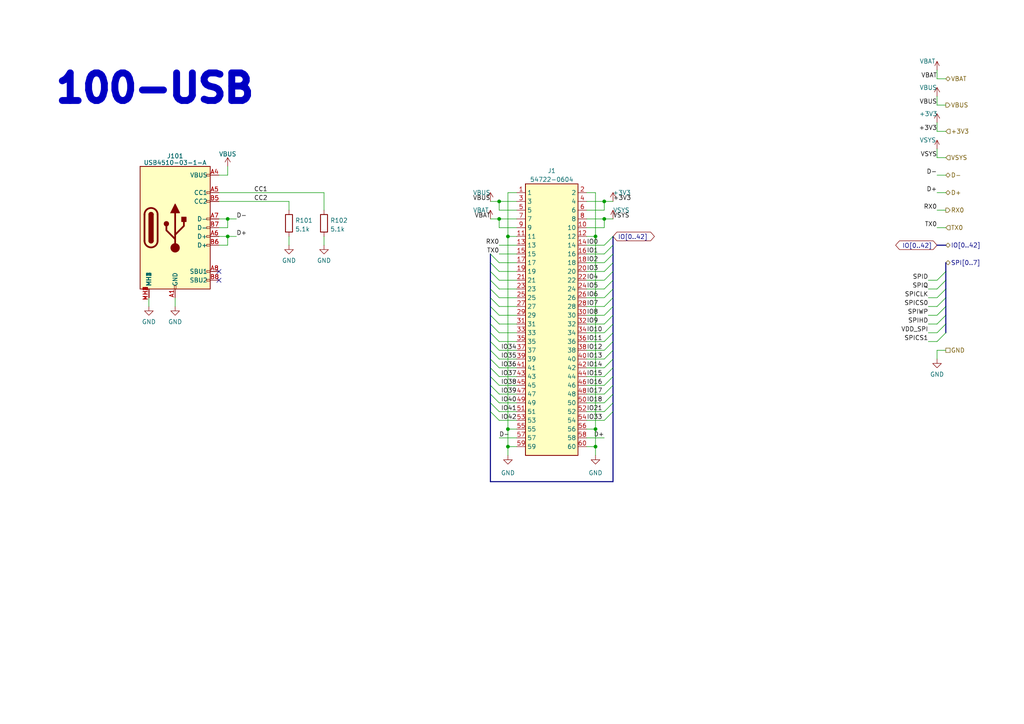
<source format=kicad_sch>
(kicad_sch (version 20230121) (generator eeschema)
  (paper "A4")
  (title_block (title "PSoM - ESP S3") (date "2023-04-17") (rev "HW00") (company "PumaCorp") (comment 1 "Design by: NdG"))
  (lib_symbols
    (symbol "Component lib:R" (pin_numbers hide) (pin_names (offset 0))
      (property "Reference" "R" (at 2.032 -3.81 90))
      (property "Value" "R" (at 0 -3.81 90))
      (symbol "R_0_1"
        (rectangle (start -1.016 -6.35) (end 1.016 -1.27) (stroke (width 0.254)))
      )
      (symbol "R_1_1"
        (pin passive line (at 0 0 270) (length 1.27) (name "~") (number "1"))
        (pin passive line (at 0 -7.62 90) (length 1.27) (name "~") (number "2"))
      )
    )
    (symbol "Component_lib:54722-0604"
      (property "Reference" "J" (at 5.08 7.62 0))
      (property "Value" "54722-0604" (at 5.08 5.08 0))
      (symbol "54722-0604_1_1"
        (rectangle (start 2.54 2.54) (end 17.78 -76.2) (stroke (width 0.254)) (fill (type background)))
        (pin passive line (at 0 0 0) (length 2.54) (name "1") (number "1"))
        (pin passive line (at 20.32 -10.16 180) (length 2.54) (name "10") (number "10"))
        (pin passive line (at 0 -12.7 0) (length 2.54) (name "11") (number "11"))
        (pin passive line (at 20.32 -12.7 180) (length 2.54) (name "12") (number "12"))
        (pin passive line (at 0 -15.24 0) (length 2.54) (name "13") (number "13"))
        (pin passive line (at 20.32 -15.24 180) (length 2.54) (name "14") (number "14"))
        (pin passive line (at 0 -17.78 0) (length 2.54) (name "15") (number "15"))
        (pin passive line (at 20.32 -17.78 180) (length 2.54) (name "16") (number "16"))
        (pin passive line (at 0 -20.32 0) (length 2.54) (name "17") (number "17"))
        (pin passive line (at 20.32 -20.32 180) (length 2.54) (name "18") (number "18"))
        (pin passive line (at 0 -22.86 0) (length 2.54) (name "19") (number "19"))
        (pin passive line (at 20.32 0 180) (length 2.54) (name "2") (number "2"))
        (pin passive line (at 20.32 -22.86 180) (length 2.54) (name "20") (number "20"))
        (pin passive line (at 0 -25.4 0) (length 2.54) (name "21") (number "21"))
        (pin passive line (at 20.32 -25.4 180) (length 2.54) (name "22") (number "22"))
        (pin passive line (at 0 -27.94 0) (length 2.54) (name "23") (number "23"))
        (pin passive line (at 20.32 -27.94 180) (length 2.54) (name "24") (number "24"))
        (pin passive line (at 0 -30.48 0) (length 2.54) (name "25") (number "25"))
        (pin passive line (at 20.32 -30.48 180) (length 2.54) (name "26") (number "26"))
        (pin passive line (at 0 -33.02 0) (length 2.54) (name "27") (number "27"))
        (pin passive line (at 20.32 -33.02 180) (length 2.54) (name "28") (number "28"))
        (pin passive line (at 0 -35.56 0) (length 2.54) (name "29") (number "29"))
        (pin passive line (at 0 -2.54 0) (length 2.54) (name "3") (number "3"))
        (pin passive line (at 20.32 -35.56 180) (length 2.54) (name "30") (number "30"))
        (pin passive line (at 0 -38.1 0) (length 2.54) (name "31") (number "31"))
        (pin passive line (at 20.32 -38.1 180) (length 2.54) (name "32") (number "32"))
        (pin passive line (at 0 -40.64 0) (length 2.54) (name "33") (number "33"))
        (pin passive line (at 20.32 -40.64 180) (length 2.54) (name "34") (number "34"))
        (pin passive line (at 0 -43.18 0) (length 2.54) (name "35") (number "35"))
        (pin passive line (at 20.32 -43.18 180) (length 2.54) (name "36") (number "36"))
        (pin passive line (at 0 -45.72 0) (length 2.54) (name "37") (number "37"))
        (pin passive line (at 20.32 -45.72 180) (length 2.54) (name "38") (number "38"))
        (pin passive line (at 0 -48.26 0) (length 2.54) (name "39") (number "39"))
        (pin passive line (at 20.32 -2.54 180) (length 2.54) (name "4") (number "4"))
        (pin passive line (at 20.32 -48.26 180) (length 2.54) (name "40") (number "40"))
        (pin passive line (at 0 -50.8 0) (length 2.54) (name "41") (number "41"))
        (pin passive line (at 20.32 -50.8 180) (length 2.54) (name "42") (number "42"))
        (pin passive line (at 0 -53.34 0) (length 2.54) (name "43") (number "43"))
        (pin passive line (at 20.32 -53.34 180) (length 2.54) (name "44") (number "44"))
        (pin passive line (at 0 -55.88 0) (length 2.54) (name "45") (number "45"))
        (pin passive line (at 20.32 -55.88 180) (length 2.54) (name "46") (number "46"))
        (pin passive line (at 0 -58.42 0) (length 2.54) (name "47") (number "47"))
        (pin passive line (at 20.32 -58.42 180) (length 2.54) (name "48") (number "48"))
        (pin passive line (at 0 -60.96 0) (length 2.54) (name "49") (number "49"))
        (pin passive line (at 0 -5.08 0) (length 2.54) (name "5") (number "5"))
        (pin passive line (at 20.32 -60.96 180) (length 2.54) (name "50") (number "50"))
        (pin passive line (at 0 -63.5 0) (length 2.54) (name "51") (number "51"))
        (pin passive line (at 20.32 -63.5 180) (length 2.54) (name "52") (number "52"))
        (pin passive line (at 0 -66.04 0) (length 2.54) (name "53") (number "53"))
        (pin passive line (at 20.32 -66.04 180) (length 2.54) (name "54") (number "54"))
        (pin passive line (at 0 -68.58 0) (length 2.54) (name "55") (number "55"))
        (pin passive line (at 20.32 -68.58 180) (length 2.54) (name "56") (number "56"))
        (pin passive line (at 0 -71.12 0) (length 2.54) (name "57") (number "57"))
        (pin passive line (at 20.32 -71.12 180) (length 2.54) (name "58") (number "58"))
        (pin passive line (at 0 -73.66 0) (length 2.54) (name "59") (number "59"))
        (pin passive line (at 20.32 -5.08 180) (length 2.54) (name "6") (number "6"))
        (pin passive line (at 20.32 -73.66 180) (length 2.54) (name "60") (number "60"))
        (pin passive line (at 0 -7.62 0) (length 2.54) (name "7") (number "7"))
        (pin passive line (at 20.32 -7.62 180) (length 2.54) (name "8") (number "8"))
        (pin passive line (at 0 -10.16 0) (length 2.54) (name "9") (number "9"))
      )
    )
    (symbol "Component_lib:USB4510-03-1-A" (pin_names (offset 0.762))
      (property "Reference" "J" (at 0 5.08 0))
      (property "Value" "USB4510-03-1-A" (at 0 2.54 0))
      (symbol "USB4510-03-1-A_0_0"
        (rectangle (start 9.906 -35.56) (end 10.414 -34.544))
        (rectangle (start 20.32 -32.766) (end 19.304 -33.274))
        (rectangle (start 20.32 -30.226) (end 19.304 -30.734))
        (rectangle (start 20.32 -22.606) (end 19.304 -23.114))
        (rectangle (start 20.32 -20.066) (end 19.304 -20.574))
        (rectangle (start 20.32 -17.526) (end 19.304 -18.034))
        (rectangle (start 20.32 -14.986) (end 19.304 -15.494))
        (rectangle (start 20.32 -9.906) (end 19.304 -10.414))
        (rectangle (start 20.32 -7.366) (end 19.304 -7.874))
        (rectangle (start 20.32 -2.286) (end 19.304 -2.794))
        (pin passive line (at 2.54 -38.1 90) (length 2.54) (name "MH1") (number "MH1"))
        (pin passive line (at 2.54 -38.1 90) (length 2.54) (name "MH2") (number "MH2"))
        (pin passive line (at 2.54 -38.1 90) (length 2.54) (name "MH3") (number "MH3"))
        (pin passive line (at 2.54 -38.1 90) (length 2.54) (name "MH4") (number "MH4"))
      )
      (symbol "USB4510-03-1-A_0_1"
        (polyline (pts (xy 1.27 -21.59) (xy 1.27 -13.97)) (stroke (width 0.508)))
        (polyline (pts (xy 5.08 -13.97) (xy 5.08 -21.59)) (stroke (width 0.508)))
        (polyline (pts (xy 10.16 -23.622) (xy 10.16 -13.462)) (stroke (width 0.508)))
        (polyline (pts (xy 10.16 -21.082) (xy 7.62 -18.542) (xy 7.62 -17.272)) (stroke (width 0.508)))
        (polyline (pts (xy 10.16 -19.812) (xy 12.7 -17.272) (xy 12.7 -16.002)) (stroke (width 0.508)))
        (polyline (pts (xy 8.89 -13.462) (xy 10.16 -10.922) (xy 11.43 -13.462) (xy 8.89 -13.462)) (stroke (width 0.254)) (fill (type outline)))
        (rectangle (start 0 0) (end 20.32 -35.56) (stroke (width 0.254)) (fill (type background)))
        (arc (start 1.27 -21.59) (mid 3.175 -23.4867) (end 5.08 -21.59) (stroke (width 0.508)))
        (arc (start 2.54 -21.59) (mid 3.175 -22.2223) (end 3.81 -21.59) (stroke (width 0.254)))
        (arc (start 2.54 -21.59) (mid 3.175 -22.2223) (end 3.81 -21.59) (stroke (width 0.254)) (fill (type outline)))
        (rectangle (start 2.54 -21.59) (end 3.81 -13.97) (stroke (width 0.254)) (fill (type outline)))
        (arc (start 3.81 -13.97) (mid 3.175 -13.3377) (end 2.54 -13.97) (stroke (width 0.254)))
        (arc (start 3.81 -13.97) (mid 3.175 -13.3377) (end 2.54 -13.97) (stroke (width 0.254)) (fill (type outline)))
        (arc (start 5.08 -13.97) (mid 3.175 -12.0733) (end 1.27 -13.97) (stroke (width 0.508)))
        (circle (center 7.62 -16.637) (radius 0.635) (stroke (width 0.254)) (fill (type outline)))
        (circle (center 10.16 -23.622) (radius 1.27) (fill (type outline)))
        (rectangle (start 12.065 -16.002) (end 13.335 -14.732) (stroke (width 0.254)) (fill (type outline)))
      )
      (symbol "USB4510-03-1-A_1_1"
        (pin passive line (at 10.16 -38.1 90) (length 2.54) (name "GND") (number "A1"))
        (pin passive line (at 10.16 -38.1 90) (length 2.54) hide (name "GND") (number "A12"))
        (pin passive line (at 22.86 -2.54 180) (length 2.54) (name "VBUS") (number "A4"))
        (pin bidirectional line (at 22.86 -7.62 180) (length 2.54) (name "CC1") (number "A5"))
        (pin bidirectional line (at 22.86 -20.32 180) (length 2.54) (name "D+") (number "A6"))
        (pin bidirectional line (at 22.86 -15.24 180) (length 2.54) (name "D-") (number "A7"))
        (pin bidirectional line (at 22.86 -30.48 180) (length 2.54) (name "SBU1") (number "A8"))
        (pin passive line (at 22.86 -2.54 180) (length 2.54) hide (name "VBUS") (number "A9"))
        (pin passive line (at 10.16 -38.1 90) (length 2.54) hide (name "GND") (number "B1"))
        (pin passive line (at 10.16 -38.1 90) (length 2.54) hide (name "GND") (number "B12"))
        (pin passive line (at 22.86 -2.54 180) (length 2.54) hide (name "VBUS") (number "B4"))
        (pin bidirectional line (at 22.86 -10.16 180) (length 2.54) (name "CC2") (number "B5"))
        (pin bidirectional line (at 22.86 -22.86 180) (length 2.54) (name "D+") (number "B6"))
        (pin bidirectional line (at 22.86 -17.78 180) (length 2.54) (name "D-") (number "B7"))
        (pin bidirectional line (at 22.86 -33.02 180) (length 2.54) (name "SBU2") (number "B8"))
        (pin passive line (at 22.86 -2.54 180) (length 2.54) hide (name "VBUS") (number "B9"))
      )
    )
    (symbol "Component_lib:VBAT" (power) (pin_numbers hide) (in_bom no) (on_board no)
      (property "Value" "VBAT" (at 0 3.81 0))
      (symbol "VBAT_0_0"
        (pin passive line (at 0 0 90) (length 2.54) hide (name "") (number ""))
      )
      (symbol "VBAT_0_1"
        (polyline (pts (xy 0 0) (xy 0 2.54) (xy 0.635 1.27) (xy 0 2.54) (xy -0.635 1.27)) (stroke (width 0.1524)))
      )
    )
    (symbol "Component_lib:VSYS" (power) (pin_numbers hide) (in_bom no) (on_board no)
      (property "Value" "VSYS" (at 0 3.81 0))
      (symbol "VSYS_0_0"
        (pin passive line (at 0 0 90) (length 2.54) hide (name "") (number ""))
      )
      (symbol "VSYS_0_1"
        (polyline (pts (xy 0 0) (xy 0 2.54) (xy 0.635 1.27) (xy 0 2.54) (xy -0.635 1.27)) (stroke (width 0.1524)))
      )
    )
    (symbol "GND_2" (power) (pin_names (offset 0))
      (property "Value" "GND_2" (at 0 -3.81 0))
      (symbol "GND_2_0_1"
        (polyline (pts (xy 0 0) (xy 0 -1.27) (xy 1.27 -1.27) (xy 0 -2.54) (xy -1.27 -1.27) (xy 0 -1.27)))
      )
      (symbol "GND_2_1_1"
        (pin power_in line (at 0 0 270) (length 0) hide (name "GND") (number "1"))
      )
    )
    (symbol "VBAT_1" (power) (pin_numbers hide) (in_bom no) (on_board no)
      (property "Value" "VBAT_1" (at 0 3.81 0))
      (symbol "VBAT_1_0_0"
        (pin passive line (at 0 0 90) (length 2.54) hide (name "") (number ""))
      )
      (symbol "VBAT_1_0_1"
        (polyline (pts (xy 0 0) (xy 0 2.54) (xy 0.635 1.27) (xy 0 2.54) (xy -0.635 1.27)) (stroke (width 0.1524)))
      )
    )
    (symbol "VBUS_1" (power) (pin_names (offset 0))
      (property "Value" "VBUS_1" (at 0 3.81 0))
      (symbol "VBUS_1_0_1"
        (polyline (pts (xy -0.762 1.27) (xy 0 2.54)))
        (polyline (pts (xy 0 0) (xy 0 2.54)))
        (polyline (pts (xy 0 2.54) (xy 0.762 1.27)))
      )
      (symbol "VBUS_1_1_1"
        (pin power_in line (at 0 0 90) (length 0) hide (name "VBUS") (number "1"))
      )
    )
    (symbol "power:+3V3" (power) (pin_names (offset 0))
      (property "Value" "+3V3" (at 0 3.556 0))
      (symbol "+3V3_0_1"
        (polyline (pts (xy -0.762 1.27) (xy 0 2.54)))
        (polyline (pts (xy 0 0) (xy 0 2.54)))
        (polyline (pts (xy 0 2.54) (xy 0.762 1.27)))
      )
      (symbol "+3V3_1_1"
        (pin power_in line (at 0 0 90) (length 0) hide (name "+3V3") (number "1"))
      )
    )
    (symbol "power:GND" (power) (pin_names (offset 0))
      (property "Value" "GND" (at 0 -3.81 0))
      (symbol "GND_0_1"
        (polyline (pts (xy 0 0) (xy 0 -1.27) (xy 1.27 -1.27) (xy 0 -2.54) (xy -1.27 -1.27) (xy 0 -1.27)))
      )
      (symbol "GND_1_1"
        (pin power_in line (at 0 0 270) (length 0) hide (name "GND") (number "1"))
      )
    )
    (symbol "power:VBUS" (power) (pin_names (offset 0))
      (property "Value" "VBUS" (at 0 3.81 0))
      (symbol "VBUS_0_1"
        (polyline (pts (xy -0.762 1.27) (xy 0 2.54)))
        (polyline (pts (xy 0 0) (xy 0 2.54)))
        (polyline (pts (xy 0 2.54) (xy 0.762 1.27)))
      )
      (symbol "VBUS_1_1"
        (pin power_in line (at 0 0 90) (length 0) hide (name "VBUS") (number "1"))
      )
    )
  )
  (junction (at 147.32 129.54))
  (junction (at 172.72 129.54))
  (junction (at 66.04 68.58))
  (junction (at 175.26 63.5))
  (junction (at 144.78 63.5))
  (junction (at 144.78 58.42))
  (junction (at 175.26 58.42))
  (junction (at 172.72 68.58))
  (junction (at 147.32 68.58))
  (junction (at 66.04 63.5))
  (junction (at 147.32 124.46))
  (junction (at 172.72 124.46))
  (no_connect (at 63.5 81.28))
  (no_connect (at 63.5 78.74))
  (bus_entry (at 144.78 93.98) (size -2.54 -2.54))
  (bus_entry (at 175.26 114.3) (size 2.54 -2.54))
  (bus_entry (at 175.26 101.6) (size 2.54 -2.54))
  (bus_entry (at 175.26 71.12) (size 2.54 -2.54))
  (bus_entry (at 175.26 96.52) (size 2.54 -2.54))
  (bus_entry (at 144.78 83.82) (size -2.54 -2.54))
  (bus_entry (at 144.78 81.28) (size -2.54 -2.54))
  (bus_entry (at 175.26 111.76) (size 2.54 -2.54))
  (bus_entry (at 175.26 73.66) (size 2.54 -2.54))
  (bus_entry (at 175.26 119.38) (size 2.54 -2.54))
  (bus_entry (at 271.78 91.44) (size 2.54 -2.54))
  (bus_entry (at 144.78 116.84) (size -2.54 -2.54))
  (bus_entry (at 271.78 81.28) (size 2.54 -2.54))
  (bus_entry (at 175.26 99.06) (size 2.54 -2.54))
  (bus_entry (at 144.78 106.68) (size -2.54 -2.54))
  (bus_entry (at 271.78 93.98) (size 2.54 -2.54))
  (bus_entry (at 175.26 91.44) (size 2.54 -2.54))
  (bus_entry (at 175.26 83.82) (size 2.54 -2.54))
  (bus_entry (at 175.26 104.14) (size 2.54 -2.54))
  (bus_entry (at 144.78 109.22) (size -2.54 -2.54))
  (bus_entry (at 144.78 99.06) (size -2.54 -2.54))
  (bus_entry (at 175.26 78.74) (size 2.54 -2.54))
  (bus_entry (at 144.78 119.38) (size -2.54 -2.54))
  (bus_entry (at 175.26 88.9) (size 2.54 -2.54))
  (bus_entry (at 175.26 106.68) (size 2.54 -2.54))
  (bus_entry (at 271.78 86.36) (size 2.54 -2.54))
  (bus_entry (at 271.78 99.06) (size 2.54 -2.54))
  (bus_entry (at 144.78 88.9) (size -2.54 -2.54))
  (bus_entry (at 175.26 93.98) (size 2.54 -2.54))
  (bus_entry (at 144.78 121.92) (size -2.54 -2.54))
  (bus_entry (at 175.26 76.2) (size 2.54 -2.54))
  (bus_entry (at 175.26 81.28) (size 2.54 -2.54))
  (bus_entry (at 144.78 111.76) (size -2.54 -2.54))
  (bus_entry (at 144.78 96.52) (size -2.54 -2.54))
  (bus_entry (at 175.26 109.22) (size 2.54 -2.54))
  (bus_entry (at 271.78 83.82) (size 2.54 -2.54))
  (bus_entry (at 144.78 91.44) (size -2.54 -2.54))
  (bus_entry (at 175.26 86.36) (size 2.54 -2.54))
  (bus_entry (at 144.78 104.14) (size -2.54 -2.54))
  (bus_entry (at 144.78 114.3) (size -2.54 -2.54))
  (bus_entry (at 271.78 88.9) (size 2.54 -2.54))
  (bus_entry (at 144.78 78.74) (size -2.54 -2.54))
  (bus_entry (at 175.26 116.84) (size 2.54 -2.54))
  (bus_entry (at 271.78 96.52) (size 2.54 -2.54))
  (bus_entry (at 144.78 101.6) (size -2.54 -2.54))
  (bus_entry (at 144.78 86.36) (size -2.54 -2.54))
  (bus_entry (at 144.78 76.2) (size -2.54 -2.54))
  (bus_entry (at 175.26 121.92) (size 2.54 -2.54))
  (wire (pts (xy 269.24 88.9) (xy 271.78 88.9)))
  (bus (pts (xy 177.8 109.22) (xy 177.8 111.76)))
  (bus (pts (xy 274.32 81.28) (xy 274.32 83.82)))
  (wire (pts (xy 66.04 68.58) (xy 68.58 68.58)))
  (wire (pts (xy 271.78 20.32) (xy 271.78 22.86)))
  (wire (pts (xy 144.78 114.3) (xy 149.86 114.3)))
  (bus (pts (xy 177.8 106.68) (xy 177.8 109.22)))
  (wire (pts (xy 144.78 63.5) (xy 149.86 63.5)))
  (wire (pts (xy 170.18 101.6) (xy 175.26 101.6)))
  (wire (pts (xy 63.5 58.42) (xy 83.82 58.42)))
  (bus (pts (xy 142.24 101.6) (xy 142.24 104.14)))
  (bus (pts (xy 177.8 119.38) (xy 177.8 139.7)))
  (bus (pts (xy 177.8 76.2) (xy 177.8 78.74)))
  (wire (pts (xy 147.32 132.08) (xy 147.32 129.54)))
  (bus (pts (xy 177.8 86.36) (xy 177.8 88.9)))
  (wire (pts (xy 66.04 63.5) (xy 63.5 63.5)))
  (wire (pts (xy 271.78 45.72) (xy 274.32 45.72)))
  (wire (pts (xy 144.78 71.12) (xy 149.86 71.12)))
  (bus (pts (xy 177.8 78.74) (xy 177.8 81.28)))
  (wire (pts (xy 142.24 63.5) (xy 144.78 63.5)))
  (wire (pts (xy 144.78 66.04) (xy 144.78 63.5)))
  (bus (pts (xy 177.8 68.58) (xy 177.8 71.12)))
  (bus (pts (xy 177.8 93.98) (xy 177.8 96.52)))
  (bus (pts (xy 274.32 93.98) (xy 274.32 96.52)))
  (wire (pts (xy 144.78 121.92) (xy 149.86 121.92)))
  (bus (pts (xy 274.32 88.9) (xy 274.32 91.44)))
  (wire (pts (xy 172.72 129.54) (xy 172.72 132.08)))
  (bus (pts (xy 142.24 139.7) (xy 177.8 139.7)))
  (wire (pts (xy 170.18 114.3) (xy 175.26 114.3)))
  (wire (pts (xy 144.78 116.84) (xy 149.86 116.84)))
  (wire (pts (xy 144.78 127) (xy 149.86 127)))
  (wire (pts (xy 170.18 91.44) (xy 175.26 91.44)))
  (wire (pts (xy 175.26 66.04) (xy 175.26 63.5)))
  (bus (pts (xy 142.24 81.28) (xy 142.24 83.82)))
  (wire (pts (xy 170.18 109.22) (xy 175.26 109.22)))
  (wire (pts (xy 144.78 76.2) (xy 149.86 76.2)))
  (wire (pts (xy 271.78 66.04) (xy 274.32 66.04)))
  (wire (pts (xy 147.32 68.58) (xy 147.32 124.46)))
  (bus (pts (xy 142.24 93.98) (xy 142.24 96.52)))
  (wire (pts (xy 170.18 63.5) (xy 175.26 63.5)))
  (wire (pts (xy 144.78 119.38) (xy 149.86 119.38)))
  (wire (pts (xy 271.78 60.96) (xy 274.32 60.96)))
  (wire (pts (xy 144.78 83.82) (xy 149.86 83.82)))
  (wire (pts (xy 170.18 78.74) (xy 175.26 78.74)))
  (bus (pts (xy 142.24 86.36) (xy 142.24 88.9)))
  (wire (pts (xy 269.24 91.44) (xy 271.78 91.44)))
  (bus (pts (xy 142.24 76.2) (xy 142.24 78.74)))
  (wire (pts (xy 271.78 27.94) (xy 271.78 30.48)))
  (wire (pts (xy 271.78 30.48) (xy 274.32 30.48)))
  (bus (pts (xy 142.24 91.44) (xy 142.24 93.98)))
  (wire (pts (xy 271.78 35.56) (xy 271.78 38.1)))
  (wire (pts (xy 175.26 58.42) (xy 177.8 58.42)))
  (wire (pts (xy 83.82 68.58) (xy 83.82 71.12)))
  (wire (pts (xy 271.78 104.14) (xy 271.78 101.6)))
  (wire (pts (xy 170.18 127) (xy 175.26 127)))
  (wire (pts (xy 170.18 86.36) (xy 175.26 86.36)))
  (wire (pts (xy 144.78 96.52) (xy 149.86 96.52)))
  (bus (pts (xy 177.8 88.9) (xy 177.8 91.44)))
  (wire (pts (xy 271.78 55.88) (xy 274.32 55.88)))
  (bus (pts (xy 142.24 114.3) (xy 142.24 116.84)))
  (wire (pts (xy 144.78 106.68) (xy 149.86 106.68)))
  (wire (pts (xy 271.78 22.86) (xy 274.32 22.86)))
  (bus (pts (xy 142.24 83.82) (xy 142.24 86.36)))
  (wire (pts (xy 170.18 76.2) (xy 175.26 76.2)))
  (bus (pts (xy 177.8 101.6) (xy 177.8 104.14)))
  (wire (pts (xy 170.18 99.06) (xy 175.26 99.06)))
  (wire (pts (xy 93.98 55.88) (xy 93.98 60.96)))
  (bus (pts (xy 142.24 119.38) (xy 142.24 139.7)))
  (wire (pts (xy 170.18 88.9) (xy 175.26 88.9)))
  (wire (pts (xy 170.18 81.28) (xy 175.26 81.28)))
  (bus (pts (xy 274.32 91.44) (xy 274.32 93.98)))
  (wire (pts (xy 170.18 83.82) (xy 175.26 83.82)))
  (wire (pts (xy 269.24 99.06) (xy 271.78 99.06)))
  (wire (pts (xy 269.24 93.98) (xy 271.78 93.98)))
  (wire (pts (xy 172.72 55.88) (xy 172.72 68.58)))
  (wire (pts (xy 149.86 60.96) (xy 144.78 60.96)))
  (wire (pts (xy 170.18 116.84) (xy 175.26 116.84)))
  (bus (pts (xy 177.8 73.66) (xy 177.8 76.2)))
  (wire (pts (xy 144.78 88.9) (xy 149.86 88.9)))
  (wire (pts (xy 144.78 111.76) (xy 149.86 111.76)))
  (wire (pts (xy 269.24 96.52) (xy 271.78 96.52)))
  (wire (pts (xy 144.78 93.98) (xy 149.86 93.98)))
  (wire (pts (xy 144.78 86.36) (xy 149.86 86.36)))
  (bus (pts (xy 142.24 109.22) (xy 142.24 111.76)))
  (bus (pts (xy 177.8 99.06) (xy 177.8 101.6)))
  (wire (pts (xy 269.24 86.36) (xy 271.78 86.36)))
  (wire (pts (xy 144.78 81.28) (xy 149.86 81.28)))
  (wire (pts (xy 63.5 68.58) (xy 66.04 68.58)))
  (wire (pts (xy 170.18 66.04) (xy 175.26 66.04)))
  (wire (pts (xy 63.5 55.88) (xy 93.98 55.88)))
  (wire (pts (xy 66.04 71.12) (xy 63.5 71.12)))
  (wire (pts (xy 144.78 60.96) (xy 144.78 58.42)))
  (bus (pts (xy 271.78 71.12) (xy 274.32 71.12)))
  (wire (pts (xy 144.78 73.66) (xy 149.86 73.66)))
  (wire (pts (xy 172.72 124.46) (xy 172.72 129.54)))
  (bus (pts (xy 142.24 106.68) (xy 142.24 109.22)))
  (wire (pts (xy 170.18 68.58) (xy 172.72 68.58)))
  (wire (pts (xy 170.18 73.66) (xy 175.26 73.66)))
  (wire (pts (xy 144.78 58.42) (xy 149.86 58.42)))
  (wire (pts (xy 271.78 43.18) (xy 271.78 45.72)))
  (wire (pts (xy 170.18 104.14) (xy 175.26 104.14)))
  (bus (pts (xy 142.24 73.66) (xy 142.24 76.2)))
  (wire (pts (xy 144.78 109.22) (xy 149.86 109.22)))
  (bus (pts (xy 142.24 111.76) (xy 142.24 114.3)))
  (wire (pts (xy 170.18 129.54) (xy 172.72 129.54)))
  (bus (pts (xy 142.24 78.74) (xy 142.24 81.28)))
  (wire (pts (xy 170.18 58.42) (xy 175.26 58.42)))
  (wire (pts (xy 271.78 101.6) (xy 274.32 101.6)))
  (bus (pts (xy 177.8 91.44) (xy 177.8 93.98)))
  (wire (pts (xy 170.18 96.52) (xy 175.26 96.52)))
  (wire (pts (xy 144.78 91.44) (xy 149.86 91.44)))
  (wire (pts (xy 43.18 86.36) (xy 43.18 88.9)))
  (wire (pts (xy 172.72 68.58) (xy 172.72 124.46)))
  (wire (pts (xy 175.26 63.5) (xy 177.8 63.5)))
  (wire (pts (xy 170.18 124.46) (xy 172.72 124.46)))
  (bus (pts (xy 177.8 111.76) (xy 177.8 114.3)))
  (wire (pts (xy 170.18 55.88) (xy 172.72 55.88)))
  (wire (pts (xy 63.5 66.04) (xy 66.04 66.04)))
  (wire (pts (xy 144.78 78.74) (xy 149.86 78.74)))
  (wire (pts (xy 170.18 119.38) (xy 175.26 119.38)))
  (wire (pts (xy 170.18 121.92) (xy 175.26 121.92)))
  (wire (pts (xy 170.18 106.68) (xy 175.26 106.68)))
  (wire (pts (xy 149.86 66.04) (xy 144.78 66.04)))
  (wire (pts (xy 66.04 68.58) (xy 66.04 71.12)))
  (wire (pts (xy 170.18 111.76) (xy 175.26 111.76)))
  (bus (pts (xy 177.8 81.28) (xy 177.8 83.82)))
  (bus (pts (xy 177.8 116.84) (xy 177.8 119.38)))
  (wire (pts (xy 147.32 129.54) (xy 149.86 129.54)))
  (wire (pts (xy 269.24 83.82) (xy 271.78 83.82)))
  (bus (pts (xy 177.8 114.3) (xy 177.8 116.84)))
  (wire (pts (xy 93.98 68.58) (xy 93.98 71.12)))
  (wire (pts (xy 147.32 124.46) (xy 149.86 124.46)))
  (wire (pts (xy 147.32 124.46) (xy 147.32 129.54)))
  (wire (pts (xy 149.86 55.88) (xy 147.32 55.88)))
  (wire (pts (xy 66.04 66.04) (xy 66.04 63.5)))
  (bus (pts (xy 142.24 104.14) (xy 142.24 106.68)))
  (bus (pts (xy 142.24 88.9) (xy 142.24 91.44)))
  (wire (pts (xy 66.04 50.8) (xy 63.5 50.8)))
  (wire (pts (xy 83.82 60.96) (xy 83.82 58.42)))
  (bus (pts (xy 177.8 71.12) (xy 177.8 73.66)))
  (wire (pts (xy 144.78 99.06) (xy 149.86 99.06)))
  (bus (pts (xy 274.32 83.82) (xy 274.32 86.36)))
  (wire (pts (xy 50.8 86.36) (xy 50.8 88.9)))
  (bus (pts (xy 177.8 83.82) (xy 177.8 86.36)))
  (wire (pts (xy 66.04 63.5) (xy 68.58 63.5)))
  (bus (pts (xy 274.32 78.74) (xy 274.32 81.28)))
  (wire (pts (xy 175.26 60.96) (xy 175.26 58.42)))
  (bus (pts (xy 274.32 86.36) (xy 274.32 88.9)))
  (wire (pts (xy 271.78 50.8) (xy 274.32 50.8)))
  (wire (pts (xy 144.78 104.14) (xy 149.86 104.14)))
  (bus (pts (xy 274.32 76.2) (xy 274.32 78.74)))
  (bus (pts (xy 142.24 96.52) (xy 142.24 99.06)))
  (wire (pts (xy 144.78 101.6) (xy 149.86 101.6)))
  (wire (pts (xy 142.24 58.42) (xy 144.78 58.42)))
  (bus (pts (xy 177.8 96.52) (xy 177.8 99.06)))
  (bus (pts (xy 142.24 99.06) (xy 142.24 101.6)))
  (bus (pts (xy 177.8 104.14) (xy 177.8 106.68)))
  (wire (pts (xy 66.04 48.26) (xy 66.04 50.8)))
  (bus (pts (xy 142.24 116.84) (xy 142.24 119.38)))
  (wire (pts (xy 170.18 71.12) (xy 175.26 71.12)))
  (wire (pts (xy 147.32 68.58) (xy 149.86 68.58)))
  (wire (pts (xy 147.32 55.88) (xy 147.32 68.58)))
  (wire (pts (xy 170.18 93.98) (xy 175.26 93.98)))
  (wire (pts (xy 170.18 60.96) (xy 175.26 60.96)))
  (wire (pts (xy 269.24 81.28) (xy 271.78 81.28)))
  (wire (pts (xy 271.78 38.1) (xy 274.32 38.1)))
  (text "100-USB" (at 15.24 30.48 0) (effects (font (size 8 8) (thickness 3) bold) (justify left bottom)))
  (label "VBAT" (at 142.24 63.5 180))
  (label "TX0" (at 271.78 66.04 180))
  (label "VBAT" (at 271.78 22.86 180))
  (label "D-" (at 68.58 63.5 0))
  (label "VBUS" (at 271.78 30.48 180))
  (label "SPIWP" (at 269.24 91.44 180))
  (label "D-" (at 144.78 127 0))
  (label "D+" (at 68.58 68.58 0))
  (label "IO37" (at 149.86 109.22 180))
  (label "IO5" (at 170.18 83.82 0))
  (label "IO14" (at 170.18 106.68 0))
  (label "D+" (at 175.26 127 180))
  (label "IO16" (at 170.18 111.76 0))
  (label "VBUS" (at 142.24 58.42 180))
  (label "IO13" (at 170.18 104.14 0))
  (label "CC2" (at 73.66 58.42 0))
  (label "SPICLK" (at 269.24 86.36 180))
  (label "RX0" (at 144.78 71.12 180))
  (label "IO4" (at 170.18 81.28 0))
  (label "IO40" (at 149.86 116.84 180))
  (label "IO36" (at 149.86 106.68 180))
  (label "D+" (at 271.78 55.88 180))
  (label "IO8" (at 170.18 91.44 0))
  (label "VSYS" (at 271.78 45.72 180))
  (label "+3V3" (at 177.8 58.42 0))
  (label "IO38" (at 149.86 111.76 180))
  (label "IO39" (at 149.86 114.3 180))
  (label "IO10" (at 170.18 96.52 0))
  (label "SPICS1" (at 269.24 99.06 180))
  (label "IO15" (at 170.18 109.22 0))
  (label "IO34" (at 149.86 101.6 180))
  (label "IO2" (at 170.18 76.2 0))
  (label "IO18" (at 170.18 116.84 0))
  (label "IO0" (at 170.18 71.12 0))
  (label "SPIQ" (at 269.24 83.82 180))
  (label "IO17" (at 170.18 114.3 0))
  (label "D-" (at 271.78 50.8 180))
  (label "IO11" (at 170.18 99.06 0))
  (label "+3V3" (at 271.78 38.1 180))
  (label "IO35" (at 149.86 104.14 180))
  (label "VDD_SPI" (at 269.24 96.52 180))
  (label "CC1" (at 73.66 55.88 0))
  (label "IO42" (at 149.86 121.92 180))
  (label "SPID" (at 269.24 81.28 180))
  (label "IO6" (at 170.18 86.36 0))
  (label "RX0" (at 271.78 60.96 180))
  (label "IO33" (at 170.18 121.92 0))
  (label "SPIHD" (at 269.24 93.98 180))
  (label "IO12" (at 170.18 101.6 0))
  (label "IO21" (at 170.18 119.38 0))
  (label "VSYS" (at 177.8 63.5 0))
  (label "IO7" (at 170.18 88.9 0))
  (label "IO41" (at 149.86 119.38 180))
  (label "IO9" (at 170.18 93.98 0))
  (label "IO1" (at 170.18 73.66 0))
  (label "IO3" (at 170.18 78.74 0))
  (label "TX0" (at 144.78 73.66 180))
  (label "SPICS0" (at 269.24 88.9 180))
  (global_label "IO[0..42]" (shape bidirectional) (at 177.8 68.58 0) (property "Intersheetrefs" "${INTERSHEET_REFS}" (effects hide)))
  (global_label "IO[0..42]" (shape bidirectional) (at 271.78 71.12 180) (property "Intersheetrefs" "${INTERSHEET_REFS}" (effects hide)))
  (hierarchical_label "VBAT" (shape bidirectional) (at 274.32 22.86 0))
  (hierarchical_label "+3V3" (shape input) (at 274.32 38.1 0))
  (hierarchical_label "VSYS" (shape input) (at 274.32 45.72 0))
  (hierarchical_label "D+" (shape bidirectional) (at 274.32 55.88 0))
  (hierarchical_label "RX0" (shape output) (at 274.32 60.96 0))
  (hierarchical_label "GND" (shape passive) (at 274.32 101.6 0))
  (hierarchical_label "SPI[0..7]" (shape bidirectional) (at 274.32 76.2 0))
  (hierarchical_label "IO[0..42]" (shape bidirectional) (at 274.32 71.12 0))
  (hierarchical_label "TX0" (shape input) (at 274.32 66.04 0))
  (hierarchical_label "VBUS" (shape output) (at 274.32 30.48 0))
  (hierarchical_label "D-" (shape bidirectional) (at 274.32 50.8 0))
  (symbol (lib_id "Component_lib:VSYS") (at 271.78 43.18 0) (unit 1) (in_bom no) (on_board no)
    (property "Reference" "#VSYS0101" (effects hide))
    (property "Value" "VSYS" (at 266.7 40.64 0) (effects (justify left)))
  )
  (symbol (lib_id "Component lib:R") (at 83.82 60.96 0) (unit 1)
    (property "Reference" "R101" (at 85.598 63.9353 0) (effects (justify left)))
    (property "Value" "5.1k" (at 85.598 66.4722 0) (effects (justify left)))
    (property "Footprint" "Resistor_SMD:R_0201_0603Metric" (effects hide))
  )
  (symbol (lib_id "power:GND") (at 43.18 88.9 0) (unit 1)
    (property "Reference" "#PWR0106" (effects hide))
    (property "Value" "GND" (at 43.18 93.3434 0))
  )
  (symbol (lib_name "GND_2") (lib_id "power:GND") (at 147.32 132.08 0) (unit 1)
    (property "Reference" "#PWR01" (effects hide))
    (property "Value" "GND" (at 147.32 137.16 0))
  )
  (symbol (lib_id "Component_lib:54722-0604") (at 149.86 55.88 0) (unit 1)
    (property "Reference" "J1" (at 160.02 49.53 0))
    (property "Value" "54722-0604" (at 160.02 52.07 0))
    (property "Footprint" "Component_lib:547220604" (effects hide))
    (property "Datasheet" "https://componentsearchengine.com/Datasheets/1/54722-0604.pdf" (effects hide))
    (property "Height" "1.35" (effects hide))
    (property "Mouser Part Number" "538-54722-0604" (effects hide))
    (property "Mouser Price/Stock" "https://www.mouser.co.uk/ProductDetail/Molex/54722-0604?qs=OdNwOVlk5%2FhqhipZBZs72A%3D%3D" (effects hide))
    (property "Manufacturer_Name" "Molex" (effects hide))
    (property "Manufacturer_Part_Number" "54722-0604" (effects hide))
    (instances (project "ESP_S3_SoM_HW00" (path "" (reference "J1") (unit 1)) (path "" (reference "J102") (unit 1))))
  )
  (symbol (lib_id "Component_lib:VSYS") (at 177.8 63.5 0) (unit 1) (in_bom no) (on_board no)
    (property "Reference" "#VSYS01" (effects hide))
    (property "Value" "VSYS" (at 177.8 60.96 0) (effects (justify left)))
  )
  (symbol (lib_id "power:GND") (at 83.82 71.12 0) (unit 1)
    (property "Reference" "#PWR0104" (effects hide))
    (property "Value" "GND" (at 83.82 75.5634 0))
  )
  (symbol (lib_id "power:+3V3") (at 271.78 35.56 0) (unit 1)
    (property "Reference" "#PWR05" (effects hide))
    (property "Value" "+3V3" (at 269.24 33.02 0))
  )
  (symbol (lib_id "Component_lib:VBAT") (at 271.78 20.32 0) (unit 1) (in_bom no) (on_board no)
    (property "Reference" "#VBAT0102" (effects hide))
    (property "Value" "VBAT" (at 266.7 17.78 0) (effects (justify left)))
  )
  (symbol (lib_id "power:VBUS") (at 271.78 27.94 0) (unit 1)
    (property "Reference" "#PWR0101" (effects hide))
    (property "Value" "VBUS" (at 269.24 25.4 0))
  )
  (symbol (lib_id "power:GND") (at 50.8 88.9 0) (unit 1)
    (property "Reference" "#PWR0107" (effects hide))
    (property "Value" "GND" (at 50.8 93.3434 0))
  )
  (symbol (lib_id "power:GND") (at 271.78 104.14 0) (unit 1)
    (property "Reference" "#PWR0118" (effects hide))
    (property "Value" "GND" (at 271.78 108.5834 0))
  )
  (symbol (lib_id "power:GND") (at 93.98 71.12 0) (unit 1)
    (property "Reference" "#PWR0105" (effects hide))
    (property "Value" "GND" (at 93.98 75.5634 0))
  )
  (symbol (lib_name "VBAT_1") (lib_id "Component_lib:VBAT") (at 142.24 63.5 0) (unit 1) (in_bom no) (on_board no)
    (property "Reference" "#VBAT01" (effects hide))
    (property "Value" "VBAT" (at 137.16 60.96 0) (effects (justify left)))
  )
  (symbol (lib_id "Component lib:R") (at 93.98 60.96 0) (unit 1)
    (property "Reference" "R102" (at 95.758 63.9353 0) (effects (justify left)))
    (property "Value" "5.1k" (at 95.758 66.4722 0) (effects (justify left)))
    (property "Footprint" "Resistor_SMD:R_0201_0603Metric" (effects hide))
  )
  (symbol (lib_name "GND_2") (lib_id "power:GND") (at 172.72 132.08 0) (unit 1)
    (property "Reference" "#PWR02" (effects hide))
    (property "Value" "GND" (at 172.72 137.16 0))
  )
  (symbol (lib_id "Component_lib:USB4510-03-1-A") (at 40.64 48.26 0) (unit 1)
    (property "Reference" "J101" (at 50.8 45.2501 0))
    (property "Value" "USB4510-03-1-A" (at 50.8 47.1711 0))
    (property "Footprint" "Component_lib:USB4510031A" (effects hide))
    (property "Datasheet" "https://gct.co/files/drawings/usb4510.pdf" (effects hide))
    (property "Description" "USB Connectors USB C Rec 16P 3u\" Mid Mnt 1.6mm O-set SMT L = 6.5mm S-Spring" (effects hide))
    (property "Height" "3.36" (effects hide))
    (property "Mouser Part Number" "640-USB4510031A" (effects hide))
    (property "Mouser Price/Stock" "https://www.mouser.co.uk/ProductDetail/GCT/USB4510-03-1-A?qs=7D1LtPJG0i3iod3O3OZ7LA%3D%3D" (effects hide))
    (property "Manufacturer_Name" "GCT (GLOBAL CONNECTOR TECHNOLOGY)" (effects hide))
    (property "Manufacturer_Part_Number" "USB4510-03-1-A" (effects hide))
  )
  (symbol (lib_id "power:VBUS") (at 66.04 48.26 0) (unit 1)
    (property "Reference" "#PWR0103" (effects hide))
    (property "Value" "VBUS" (at 66.04 44.6842 0))
  )
  (symbol (lib_id "power:+3V3") (at 177.8 58.42 0) (unit 1)
    (property "Reference" "#PWR03" (effects hide))
    (property "Value" "+3V3" (at 180.34 55.88 0))
  )
  (symbol (lib_name "VBUS_1") (lib_id "power:VBUS") (at 142.24 58.42 0) (unit 1)
    (property "Reference" "#PWR04" (effects hide))
    (property "Value" "VBUS" (at 139.7 55.88 0))
  )
)
</source>
